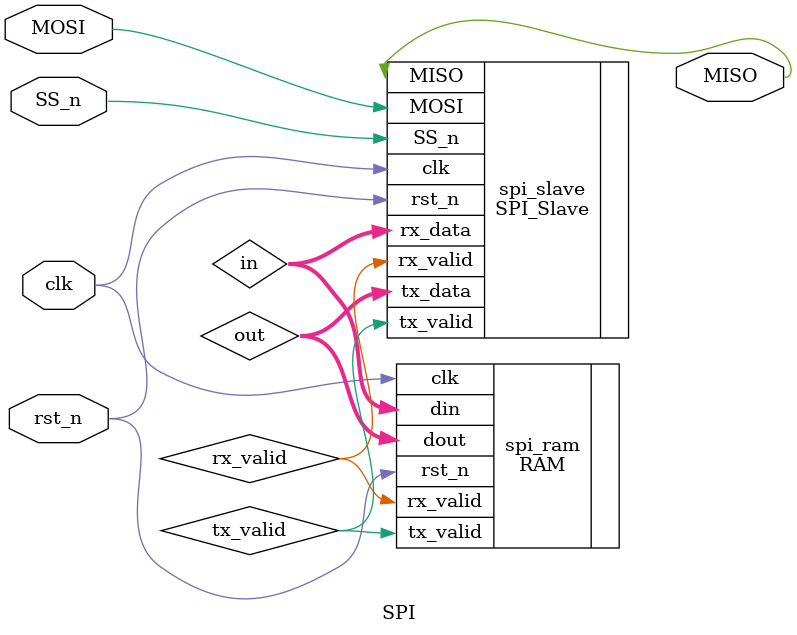
<source format=v>
module SPI (MOSI , MISO , SS_n ,clk , rst_n);
input MOSI , clk , SS_n , rst_n ;
output MISO ;
wire [9:0] in;
wire [7:0] out ;
SPI_Slave spi_slave (.MOSI(MOSI) , .MISO(MISO) , .SS_n(SS_n) , .clk(clk) ,
	 .rst_n(rst_n) , .rx_data(in) , .rx_valid(rx_valid) , .tx_data(out) , .tx_valid(tx_valid));
RAM spi_ram (.din(in) , .rx_valid(rx_valid) , .clk(clk) , .rst_n(rst_n) , .tx_valid(tx_valid) , .dout(out));

endmodule
</source>
